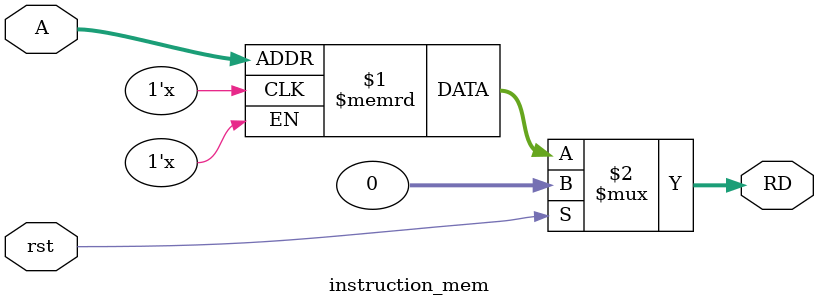
<source format=v>
`timescale 1ns / 1ps


module instruction_mem #(parameter N = 32, MEM_SIZE = 1024)(
  input rst,
  input  [N-1:0] A,
  output [N-1:0] RD
  );

  reg [N-1:0] mem [MEM_SIZE-1:0];
  
  assign RD = rst ? {32{1'b0}} : mem[A];
  
endmodule
</source>
